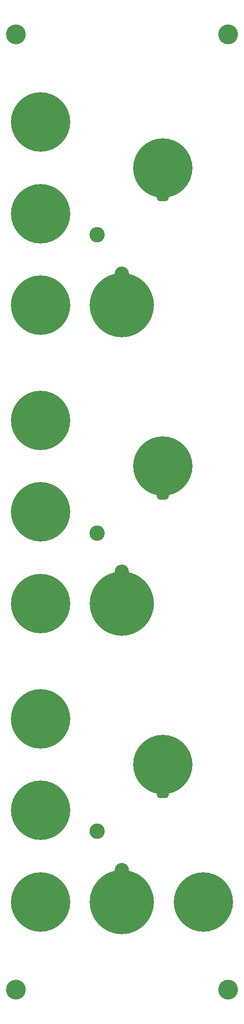
<source format=gts>
%TF.GenerationSoftware,KiCad,Pcbnew,9.0.0*%
%TF.CreationDate,2025-03-16T10:30:10+01:00*%
%TF.ProjectId,DMH_Tripple_VCA_PANEL,444d485f-5472-4697-9070-6c655f564341,rev?*%
%TF.SameCoordinates,Original*%
%TF.FileFunction,Soldermask,Top*%
%TF.FilePolarity,Negative*%
%FSLAX46Y46*%
G04 Gerber Fmt 4.6, Leading zero omitted, Abs format (unit mm)*
G04 Created by KiCad (PCBNEW 9.0.0) date 2025-03-16 10:30:10*
%MOMM*%
%LPD*%
G01*
G04 APERTURE LIST*
%ADD10C,12.000000*%
%ADD11O,2.500000X1.500000*%
%ADD12C,4.000000*%
%ADD13C,0.500000*%
%ADD14C,3.100000*%
%ADD15C,2.900000*%
%ADD16C,13.000000*%
G04 APERTURE END LIST*
D10*
%TO.C,H13*%
X83250000Y-181000000D03*
D11*
X83250000Y-187000000D03*
%TD*%
D12*
%TO.C,H3*%
X53500000Y-226500000D03*
%TD*%
D13*
%TO.C,H11*%
X52800000Y-130000000D03*
X54460000Y-125970000D03*
X54470000Y-134040000D03*
X58500000Y-124300000D03*
D10*
X58500000Y-130000000D03*
D13*
X58500000Y-135700000D03*
X62530000Y-134040000D03*
X62540000Y-125970000D03*
X64200000Y-130000000D03*
%TD*%
D14*
%TO.C,H22*%
X70000000Y-134250000D03*
%TD*%
D13*
%TO.C,H7*%
X52800000Y-69750000D03*
X54460000Y-65720000D03*
X54470000Y-73790000D03*
X58500000Y-64050000D03*
D10*
X58500000Y-69750000D03*
D13*
X58500000Y-75450000D03*
X62530000Y-73790000D03*
X62540000Y-65720000D03*
X64200000Y-69750000D03*
%TD*%
D15*
%TO.C,H20*%
X75000000Y-142100000D03*
D16*
X75000000Y-148500000D03*
%TD*%
D13*
%TO.C,H16*%
X52800000Y-208750000D03*
X54460000Y-204720000D03*
X54470000Y-212790000D03*
X58500000Y-203050000D03*
D10*
X58500000Y-208750000D03*
D13*
X58500000Y-214450000D03*
X62530000Y-212790000D03*
X62540000Y-204720000D03*
X64200000Y-208750000D03*
%TD*%
D14*
%TO.C,H23*%
X70000000Y-194500000D03*
%TD*%
%TO.C,H17*%
X70000000Y-74000000D03*
%TD*%
D13*
%TO.C,H15*%
X52800000Y-190250000D03*
X54460000Y-186220000D03*
X54470000Y-194290000D03*
X58500000Y-184550000D03*
D10*
X58500000Y-190250000D03*
D13*
X58500000Y-195950000D03*
X62530000Y-194290000D03*
X62540000Y-186220000D03*
X64200000Y-190250000D03*
%TD*%
%TO.C,H12*%
X52800000Y-148500000D03*
X54460000Y-144470000D03*
X54470000Y-152540000D03*
X58500000Y-142800000D03*
D10*
X58500000Y-148500000D03*
D13*
X58500000Y-154200000D03*
X62530000Y-152540000D03*
X62540000Y-144470000D03*
X64200000Y-148500000D03*
%TD*%
%TO.C,H14*%
X52800000Y-171750000D03*
X54460000Y-167720000D03*
X54470000Y-175790000D03*
X58500000Y-166050000D03*
D10*
X58500000Y-171750000D03*
D13*
X58500000Y-177450000D03*
X62530000Y-175790000D03*
X62540000Y-167720000D03*
X64200000Y-171750000D03*
%TD*%
%TO.C,H10*%
X52800000Y-111500000D03*
X54460000Y-107470000D03*
X54470000Y-115540000D03*
X58500000Y-105800000D03*
D10*
X58500000Y-111500000D03*
D13*
X58500000Y-117200000D03*
X62530000Y-115540000D03*
X62540000Y-107470000D03*
X64200000Y-111500000D03*
%TD*%
D10*
%TO.C,H5*%
X83250000Y-60500000D03*
D11*
X83250000Y-66500000D03*
%TD*%
D15*
%TO.C,H21*%
X75000000Y-202350000D03*
D16*
X75000000Y-208750000D03*
%TD*%
D12*
%TO.C,H2*%
X96500000Y-33500000D03*
%TD*%
%TO.C,H4*%
X96500000Y-226500000D03*
%TD*%
%TO.C,H1*%
X53500000Y-33500000D03*
%TD*%
D15*
%TO.C,H19*%
X75000000Y-81850000D03*
D16*
X75000000Y-88250000D03*
%TD*%
D10*
%TO.C,H9*%
X83250000Y-120750000D03*
D11*
X83250000Y-126750000D03*
%TD*%
D13*
%TO.C,H6*%
X52800000Y-51250000D03*
X54460000Y-47220000D03*
X54470000Y-55290000D03*
X58500000Y-45550000D03*
D10*
X58500000Y-51250000D03*
D13*
X58500000Y-56950000D03*
X62530000Y-55290000D03*
X62540000Y-47220000D03*
X64200000Y-51250000D03*
%TD*%
%TO.C,H18*%
X85800000Y-208750000D03*
X87460000Y-204720000D03*
X87470000Y-212790000D03*
X91500000Y-203050000D03*
D10*
X91500000Y-208750000D03*
D13*
X91500000Y-214450000D03*
X95530000Y-212790000D03*
X95540000Y-204720000D03*
X97200000Y-208750000D03*
%TD*%
%TO.C,H8*%
X52800000Y-88250000D03*
X54460000Y-84220000D03*
X54470000Y-92290000D03*
X58500000Y-82550000D03*
D10*
X58500000Y-88250000D03*
D13*
X58500000Y-93950000D03*
X62530000Y-92290000D03*
X62540000Y-84220000D03*
X64200000Y-88250000D03*
%TD*%
M02*

</source>
